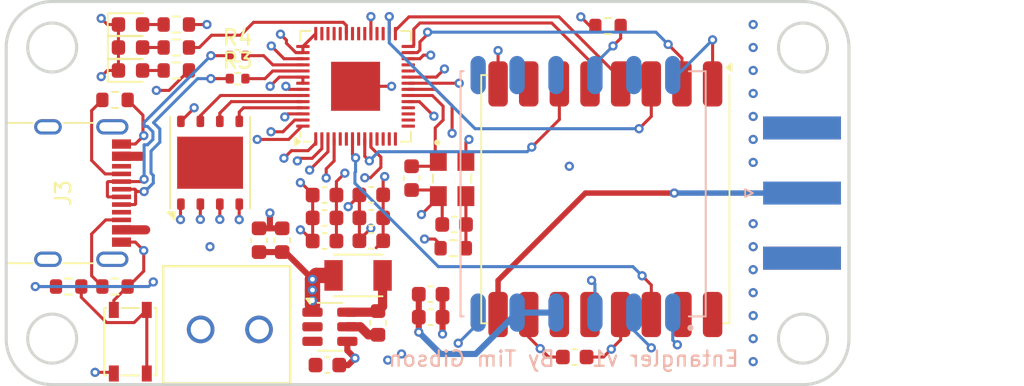
<source format=kicad_pcb>
(kicad_pcb (version 20240108) (generator "pcbnew") (generator_version "8.0")
  (layers (0 "F.Cu" signal) (1 "In1.Cu" power "GND") (2 "In2.Cu" power "3V3") (31 "B.Cu" signal) (34 "B.Paste" user) (35 "F.Paste" user) (36 "B.SilkS" user "B.Silkscreen") (37 "F.SilkS" user "F.Silkscreen") (38 "B.Mask" user) (39 "F.Mask" user) (44 "Edge.Cuts" user))
  (net 0 "")
  (net 1 "VBATT")
  (net 2 "GND")
  (net 3 "Net-(J1-In)")
  (net 4 "Net-(J3-CC1)")
  (net 5 "USB_D+")
  (net 7 "USB_D-")
  (net 8 "Net-(J3-CC2)")
  (net 14 "RF_DIO")
  (net 15 "SCK")
  (net 16 "RF_RST")
  (net 17 "CSN")
  (net 20 "MISO")
  (net 21 "+3V3")
  (net 23 "MOSI")
  (net 27 "Net-(U3-QSPI_SD0)")
  (net 28 "Net-(U3-USB_DM)")
  (net 29 "+1V1")
  (net 31 "XOUT")
  (net 37 "Net-(U3-QSPI_SCLK)")
  (net 39 "MCU_RX")
  (net 40 "GPS_RST")
  (net 41 "MCU_TX")
  (net 43 "LED_1")
  (net 45 "Net-(U3-USB_DP)")
  (net 46 "Net-(U3-QSPI_SD1)")
  (net 47 "XIN")
  (net 50 "Net-(U3-QSPI_SD2)")
  (net 56 "QSPI_SS")
  (net 57 "Net-(U3-QSPI_SD3)")
  (net 59 "Net-(U4-SW)")
  (net 60 "Net-(U4-BST)")
  (net 62 "Net-(D1-A)")
  (net 63 "Net-(D2-A)")
  (net 64 "Net-(D3-A)")
  (net 65 "GPS_1PPS")
  (net 71 "Net-(R9-Pad2)")
  (net 72 "Net-(Y1-OUT{slash}IN)")
  (footprint "Capacitor_SMD:C_0603_1608Metric" (layer "F.Cu") (at 129.23 114.55 180)
    (property "Reference" "C5" (hide yes))
    (property "Value" "15pf" (hide yes))
  )
  (footprint "Package_SON:WSON-8-1EP_6x5mm_P1.27mm_EP3.4x4.3mm" (layer "F.Cu") (at 113.305 110.52 90)
    (property "Reference" "U5" (hide yes))
    (property "Value" "W25Q32JVZP" (hide yes))
  )
  (footprint "Capacitor_SMD:C_0603_1608Metric" (layer "F.Cu") (at 123.825 114.115 180)
    (property "Reference" "C8" (hide yes))
    (property "Value" "100nf" (hide yes))
  )
  (footprint "RF_Module:HOPERF_RFM9XW_SMD" (layer "F.Cu") (at 139.1 112.9 -90)
    (property "Reference" "U2" (hide yes))
    (property "Value" "RFM95W-868S2" (hide yes))
  )
  (footprint "Capacitor_SMD:C_0603_1608Metric" (layer "F.Cu") (at 116.5 115.575 -90)
    (property "Reference" "C3" (hide yes))
    (property "Value" "22uf" (hide yes))
  )
  (footprint "Connector_USB:USB_C_Receptacle_G-Switch_GT-USB-7010ASV" (layer "F.Cu") (at 103.8 112.5 -90)
    (property "Reference" "J3")
    (property "Value" "USB-7010ASV" (hide yes))
  )
  (footprint "Capacitor_SMD:C_0603_1608Metric" (layer "F.Cu") (at 124.2625 120.975 90)
    (property "Reference" "C1" (hide yes))
    (property "Value" "100nf" (hide yes))
  )
  (footprint "Package_DFN_QFN:QFN-56-1EP_7x7mm_P0.4mm_EP3.2x3.2mm" (layer "F.Cu") (at 122.8 105.5325 90)
    (property "Reference" "U3" (hide yes))
    (property "Value" "RP2040" (hide yes))
  )
  (footprint "Resistor_SMD:R_0603_1608Metric" (layer "F.Cu") (at 111.1 101.5 180)
    (property "Reference" "R8" (hide yes))
    (property "Value" "66.5r" (hide yes))
  )
  (footprint "Capacitor_SMD:C_0603_1608Metric" (layer "F.Cu") (at 127.7 120.6)
    (property "Reference" "C15" (hide yes))
    (property "Value" "10uf" (hide yes))
  )
  (footprint "Capacitor_SMD:C_0603_1608Metric" (layer "F.Cu") (at 120.775 112.63 180)
    (property "Reference" "C9" (hide yes))
    (property "Value" "100nf" (hide yes))
  )
  (footprint "LED_SMD:LED_0603_1608Metric" (layer "F.Cu") (at 108.1125 101.5)
    (property "Reference" "D3" (hide yes))
    (property "Value" "LED" (hide yes))
  )
  (footprint "YO0221500000G:CONN_YO0221500000G_AMP" (layer "F.Cu") (at 112.689999 121.4)
    (property "Reference" "J2" (hide yes))
    (property "Value" "Conn_01x02_Pin" (hide yes))
  )
  (footprint "Package_TO_SOT_SMD:TSOT-23-6" (layer "F.Cu") (at 121.125 121.225)
    (property "Reference" "U4" (hide yes))
    (property "Value" "AP63203WU" (hide yes))
  )
  (footprint "Capacitor_SMD:C_0603_1608Metric" (layer "F.Cu") (at 118.01 115.575 -90)
    (property "Reference" "C2" (hide yes))
    (property "Value" "22uf" (hide yes))
  )
  (footprint "Capacitor_SMD:C_0603_1608Metric" (layer "F.Cu") (at 123.825 115.615 180)
    (property "Reference" "C7" (hide yes))
    (property "Value" "2.2uf" (hide yes))
  )
  (footprint "Capacitor_SMD:C_0603_1608Metric" (layer "F.Cu") (at 137.1 123.2 180)
    (property "Reference" "C13" (hide yes))
    (property "Value" "10uf" (hide yes))
  )
  (footprint "Kestral:XTAL_ECS-120-20-33-AEL-TR" (layer "F.Cu") (at 129.1 111.55 -90)
    (property "Reference" "Y1" (hide yes))
    (property "Value" "ECS-120-20-33-AEL-TR" (hide yes))
  )
  (footprint "Resistor_SMD:R_0603_1608Metric" (layer "F.Cu") (at 107.1 118.6)
    (property "Reference" "R2" (hide yes))
    (property "Value" "5.1kr" (hide yes))
  )
  (footprint "Capacitor_SMD:C_0603_1608Metric" (layer "F.Cu") (at 123.825 112.615 180)
    (property "Reference" "C12" (hide yes))
    (property "Value" "100nf" (hide yes))
  )
  (footprint "Resistor_SMD:R_0603_1608Metric" (layer "F.Cu") (at 111.1 104.5 180)
    (property "Reference" "R5" (hide yes))
    (property "Value" "66.5r" (hide yes))
  )
  (footprint "Resistor_SMD:R_0603_1608Metric" (layer "F.Cu") (at 129.175 116.1)
    (property "Reference" "R10" (hide yes))
    (property "Value" "1kr" (hide yes))
  )
  (footprint "Capacitor_SMD:C_0603_1608Metric" (layer "F.Cu") (at 120.9625 123.725)
    (property "Reference" "C4" (hide yes))
    (property "Value" "10uf" (hide yes))
  )
  (footprint "Resistor_SMD:R_0402_1005Metric" (layer "F.Cu") (at 115.1 103.5325)
    (property "Reference" "R4")
    (property "Value" "27r")
  )
  (footprint "Button_Switch_SMD:SW_SPST_PTS810" (layer "F.Cu") (at 108.1 122.2 90)
    (property "Reference" "SW1" (hide yes))
    (property "Value" "Push_Button" (hide yes))
  )
  (footprint "Resistor_SMD:R_0603_1608Metric" (layer "F.Cu") (at 139.275 101.6)
    (property "Reference" "R7" (hide yes))
    (property "Value" "10kr" (hide yes))
  )
  (footprint "Resistor_SMD:R_0603_1608Metric" (layer "F.Cu") (at 107.1 106.42)
    (property "Reference" "R1" (hide yes))
    (property "Value" "5.1kr" (hide yes))
  )
  (footprint "Capacitor_SMD:C_0603_1608Metric" (layer "F.Cu") (at 126.455 111.525 -90)
    (property "Reference" "C6" (hide yes))
    (property "Value" "15pf" (hide yes))
  )
  (footprint "Inductor_SMD:L_TDK_NLV32_3.2x2.5mm" (layer "F.Cu") (at 122.9625 117.875 180)
    (property "Reference" "L1" (hide yes))
    (property "Value" "10uh" (hide yes))
  )
  (footprint "Capacitor_SMD:C_0603_1608Metric" (layer "F.Cu") (at 120.775 115.63 180)
    (property "Reference" "C10" (hide yes))
    (property "Value" "2.2uf" (hide yes))
  )
  (footprint "Resistor_SMD:R_0402_1005Metric" (layer "F.Cu") (at 115.1 105.0325)
    (property "Reference" "R3")
    (property "Value" "27r")
  )
  (footprint "Resistor_SMD:R_0603_1608Metric" (layer "F.Cu") (at 111.1 103 180)
    (property "Reference" "R6" (hide yes))
    (property "Value" "66.5r" (hide yes))
  )
  (footprint "Capacitor_SMD:C_0603_1608Metric" (layer "F.Cu") (at 127.7 119.1)
    (property "Reference" "C14" (hide yes))
    (property "Value" "100nf" (hide yes))
  )
  (footprint "LED_SMD:LED_0603_1608Metric" (layer "F.Cu") (at 108.1125 104.5)
    (property "Reference" "D1" (hide yes))
    (property "Value" "LED" (hide yes))
  )
  (footprint "Capacitor_SMD:C_0603_1608Metric" (layer "F.Cu") (at 120.775 114.12 180)
    (property "Reference" "C11" (hide yes))
    (property "Value" "100nf" (hide yes))
  )
  (footprint "LED_SMD:LED_0603_1608Metric" (layer "F.Cu") (at 108.1125 103)
    (property "Reference" "D2" (hide yes))
    (property "Value" "LED" (hide yes))
  )
  (footprint "Resistor_SMD:R_0603_1608Metric" (layer "F.Cu") (at 104.075 118.6)
    (property "Reference" "R9" (hide yes))
    (property "Value" "1kr" (hide yes))
  )
  (footprint "Kestral:XCVR_L86-M33" (layer "B.Cu") (at 137.15 112.55 90)
    (property "Reference" "U1" (hide yes))
    (property "Value" "L86-M33" (hide yes))
  )
  (footprint "Connector_Coaxial:SMA_Amphenol_132289_EdgeMount" (layer "B.Cu") (at 151.9375 112.5)
    (property "Reference" "J1" (hide yes))
    (property "Value" "Conn_Coaxial_Small" (hide yes))
  )
  (gr_arc (start 155 122) (mid 154.12132 124.12132) (end 152 125) (stroke (width 0.2)) (layer "Edge.Cuts"))
  (gr_line (start 152 125) (end 103 125) (stroke (width 0.2)) (layer "Edge.Cuts"))
  (gr_line (start 152 100) (end 103 100) (stroke (width 0.2)) (layer "Edge.Cuts"))
  (gr_line (start 155 103) (end 155 122) (stroke (width 0.2)) (layer "Edge.Cuts"))
  (gr_line (start 100 103) (end 100 122) (stroke (width 0.2)) (layer "Edge.Cuts"))
  (gr_arc (start 152 100) (mid 154.12132 100.87868) (end 155 103) (stroke (width 0.2)) (layer "Edge.Cuts"))
  (gr_arc (start 103 125) (mid 100.87868 124.12132) (end 100 122) (stroke (width 0.2)) (layer "Edge.Cuts"))
  (gr_circle (center 152 122) (end 153.6 122) (stroke (width 0.2)) (fill none) (layer "Edge.Cuts"))
  (gr_circle (center 103 103) (end 104.6 103) (stroke (width 0.2)) (fill none) (layer "Edge.Cuts"))
  (gr_arc (start 100 103) (mid 100.87868 100.87868) (end 103 100) (stroke (width 0.2)) (layer "Edge.Cuts"))
  (gr_circle (center 103 122) (end 104.6 122) (stroke (width 0.2)) (fill none) (layer "Edge.Cuts"))
  (gr_circle (center 152 103) (end 153.6 103) (stroke (width 0.2)) (fill none) (layer "Edge.Cuts"))
  (gr_text "Entangler v1" (at 147.9 123.9 0) (layer "B.SilkS") (effects (font (size 1 1)) (justify left bottom mirror)))
  (gr_text "By Tim Gibson" (at 135.9 123.9 0) (layer "B.SilkS") (effects (font (size 1 1)) (justify left bottom mirror)))
  (segment (start 107.525 114.9) (end 109.1 114.9) (width 0.6) (layer "F.Cu") (net 1))
  (segment (start 107.525 110.1) (end 108.8 110.1) (width 0.6) (layer "F.Cu") (net 1))
  (segment (start 107.95 118.62) (end 108.975 117.595) (width 0.2) (layer "F.Cu") (net 2))
  (segment (start 108.925 107.42) (end 108.925 108.7) (width 0.2) (layer "F.Cu") (net 2))
  (segment (start 108.975 117.595) (end 108.975 116.25) (width 0.2) (layer "F.Cu") (net 2))
  (segment (start 108.425 115.7) (end 107.525 115.7) (width 0.2) (layer "F.Cu") (net 2))
  (segment (start 119.3 111.875) (end 120 112.575) (width 0.2) (layer "F.Cu") (net 2))
  (segment (start 128.2 112.7) (end 128.2 112.8) (width 0.2) (layer "F.Cu") (net 2))
  (segment (start 108.925 108.7) (end 108.975 108.75) (width 0.2) (layer "F.Cu") (net 2))
  (segment (start 126.9625 106.5325) (end 126.2375 106.5325) (width 0.2) (layer "F.Cu") (net 2))
  (segment (start 122.8 105.5325) (end 125.15 105.5325) (width 0.2) (layer "F.Cu") (net 2))
  (segment (start 122.2625 122.175) (end 122.2625 122.775) (width 0.4) (layer "F.Cu") (net 2))
  (segment (start 128.475 121.7) (end 128.475 120.6) (width 0.4) (layer "F.Cu") (net 2))
  (segment (start 127.905 112.3) (end 126.455 112.3) (width 0.2) (layer "F.Cu") (net 2))
  (segment (start 122.2625 122.775) (end 122.7625 123.275) (width 0.4) (layer "F.Cu") (net 2))
  (segment (start 130 109.2) (end 130.2 109) (width 0.2) (layer "F.Cu") (net 2))
  (segment (start 134.1 121.9) (end 134.85 122.65) (width 0.2) (layer "F.Cu") (net 2))
  (segment (start 128.2 112.8) (end 127.1 113.9) (width 0.2) (layer "F.Cu") (net 2))
  (segment (start 135.4 123.2) (end 136.325 123.2) (width 0.2) (layer "F.Cu") (net 2))
  (segment (start 117.21 114.8) (end 117.21 113.8) (width 0.4) (layer "F.Cu") (net 2))
  (segment (start 123.05 115.548519) (end 123.05 115.615) (width 0.2) (layer "F.Cu") (net 2))
  (segment (start 119.27 114.9) (end 119.2 114.9) (width 0.2) (layer "F.Cu") (net 2))
  (segment (start 122.7625 123.275) (end 122.3125 123.725) (width 0.4) (layer "F.Cu") (net 2))
  (segment (start 106.6 101.5) (end 107.325 101.5) (width 0.2) (layer "F.Cu") (net 2))
  (segment (start 117.21 114.8) (end 116.5 114.8) (width 0.4) (layer "F.Cu") (net 2))
  (segment (start 107.325 103) (end 107.325 104.5) (width 0.2) (layer "F.Cu") (net 2))
  (segment (start 107.325 101.5) (end 107.325 103) (width 0.2) (layer "F.Cu") (net 2))
  (segment (start 107.525 109.3) (end 108.425 109.3) (width 0.2) (layer "F.Cu") (net 2))
  (segment (start 134.85 122.65) (end 135.4 123.2) (width 0.2) (layer "F.Cu") (net 2))
  (segment (start 106.2 104.9) (end 106.6 104.5) (width 0.2) (layer "F.Cu") (net 2))
  (segment (start 107.025 119.5) (end 107.925 118.6) (width 0.2) (layer "F.Cu") (net 2))
  (segment (start 107.025 120.125) (end 107.025 119.5) (width 0.2) (layer "F.Cu") (net 2))
  (segment (start 123.05 112.615) (end 123.05 114.115) (width 0.2) (layer "F.Cu") (net 2))
  (segment (start 127.9125 107.4825) (end 126.9625 106.5325) (width 0.2) (layer "F.Cu") (net 2))
  (segment (start 108.975 116.25) (end 108.425 115.7) (width 0.2) (layer "F.Cu") (net 2))
  (segment (start 128.455 114.55) (end 128.455 112.85) (width 0.2) (layer "F.Cu") (net 2))
  (segment (start 120 112.575) (end 120 112.63) (width 0.2) (layer "F.Cu") (net 2))
  (segment (start 105.8 124.2) (end 106.95 124.2) (width 0.2) (layer "F.Cu") (net 2))
  (segment (start 130 110.4) (end 130 109.2) (width 0.2) (layer "F.Cu") (net 2))
  (segment (start 146.1 105.375) (end 146.1 102.5) (width 0.2) (layer "F.Cu") (net 2))
  (segment (start 122.318488 113.384315) (end 123.05 112.652803) (width 0.2) (layer "F.Cu") (net 2))
  (segment (start 118.01 114.8) (end 117.21 114.8) (width 0.4) (layer "F.Cu") (net 2))
  (segment (start 123.795634 114.802885) (end 123.05 115.548519) (width 0.2) (layer "F.Cu") (net 2))
  (segment (start 123.05 112.652803) (end 123.05 112.615) (width 0.2) (layer "F.Cu") (net 2))
  (segment (start 107.925 106.42) (end 108.925 107.42) (width 0.2) (layer "F.Cu") (net 2))
  (segment (start 108.425 109.3) (end 108.975 108.75) (width 0.2) (layer "F.Cu") (net 2))
  (segment (start 106.2 101.1) (end 106.6 101.5) (width 0.2) (layer "F.Cu") (net 2))
  (segment (start 128.475 119.1) (end 128.475 120.6) (width 0.4) (layer "F.Cu") (net 2))
  (segment (start 120 115.63) (end 120 114.12) (width 0.2) (layer "F.Cu") (net 2))
  (segment (start 123.05 112.615) (end 123.05 115.615) (width 0.2) (layer "F.Cu") (net 2))
  (segment (start 120 112.63) (end 120 114.12) (width 0.2) (layer "F.Cu") (net 2))
  (segment (start 134.1 120.425) (end 134.1 121.9) (width 0.2) (layer "F.Cu") (net 2))
  (segment (start 132.1 103.2) (end 132.1 105.375) (width 0.2) (layer "F.Cu") (net 2))
  (segment (start 120 115.63) (end 119.27 114.9) (width 0.2) (layer "F.Cu") (net 2))
  (segment (start 122.3125 123.725) (end 121.7375 123.725) (width 0.4) (layer "F.Cu") (net 2))
  (segment (start 115.205 114.2325) (end 115.205 113.495) (width 0.2) (layer "F.Cu") (net 2))
  (segment (start 106.95 124.2) (end 107.025 124.275) (width 0.2) (layer "F.Cu") (net 2))
  (segment (start 128.455 112.85) (end 128.305 112.7) (width 0.2) (layer "F.Cu") (net 2))
  (segment (start 106.6 104.5) (end 107.325 104.5) (width 0.2) (layer "F.Cu") (net 2))
  (segment (start 128.305 112.7) (end 127.905 112.3) (width 0.2) (layer "F.Cu") (net 2))
  (via (at 128.475 121.7) (size 0.6) (drill 0.3) (layers "F.Cu" "B.Cu") (net 2))
  (via (at 119.2 111.82) (size 0.6) (drill 0.3) (layers "F.Cu" "B.Cu") (net 2))
  (via (at 119.2 114.9) (size 0.6) (drill 0.3) (layers "F.Cu" "B.Cu") (net 2))
  (via (at 148.75 110.5) (size 0.6) (drill 0.3) (layers "F.Cu" "B.Cu") (net 2))
  (via (at 115.205 114.2325) (size 0.6) (drill 0.3) (layers "F.Cu" "B.Cu") (net 2))
  (via (at 148.75 109) (size 0.6) (drill 0.3) (layers "F.Cu" "B.Cu") (net 2))
  (via (at 148.75 117.5) (size 0.6) (drill 0.3) (layers "F.Cu" "B.Cu") (net 2))
  (via (at 130.2 109) (size 0.6) (drill 0.3) (layers "F.Cu" "B.Cu") (net 2))
  (via (at 146.1 102.5) (size 0.6) (drill 0.3) (layers "F.Cu" "B.Cu") (net 2))
  (via (at 148.75 107.5) (size 0.6) (drill 0.3) (layers "F.Cu" "B.Cu") (net 2))
  (via (at 108.975 116.25) (size 0.6) (drill 0.3) (layers "F.Cu" "B.Cu") (net 2))
  (via (at 138.2 118.2) (size 0.6) (drill 0.3) (layers "F.Cu" "B.Cu") (net 2))
  (via (at 148.75 120.5) (size 0.6) (drill 0.3) (layers "F.Cu" "B.Cu") (net 2))
  (via (at 134.85 122.65) (size 0.6) (drill 0.3) (layers "F.Cu" "B.Cu") (net 2))
  (via (at 106.2 101.1) (size 0.6) (drill 0.3) (layers "F.Cu" "B.Cu") (net 2))
  (via (at 105.8 124.2) (size 0.6) (drill 0.3) (layers "F.Cu" "B.Cu") (net 2))
  (via (at 148.75 123.5) (size 0.6) (drill 0.3) (layers "F.Cu" "B.Cu") (net 2))
  (via (at 148.75 116) (size 0.6) (drill 0.3) (layers "F.Cu" "B.Cu") (net 2))
  (via (at 122.7625 123.275) (size 0.6) (drill 0.3) (layers "F.Cu" "B.Cu") (net 2))
  (via (at 148.75 106) (size 0.6) (drill 0.3) (layers "F.Cu" "B.Cu") (net 2))
  (via (at 148.75 104.5) (size 0.6) (drill 0.3) (layers "F.Cu" "B.Cu") (net 2))
  (via (at 127.9125 107.4825) (size 0.6) (drill 0.3) (layers "F.Cu" "B.Cu") (net 2))
  (via (at 106.2 104.9) (size 0.6) (drill 0.3) (layers "F.Cu" "B.Cu") (net 2))
  (via (at 117.21 113.8) (size 0.6) (drill 0.3) (layers "F.Cu" "B.Cu") (net 2))
  (via (at 148.75 122) (size 0.6) (drill 0.3) (layers "F.Cu" "B.Cu") (net 2))
  (via (at 108.975 108.75) (size 0.6) (drill 0.3) (layers "F.Cu" "B.Cu") (net 2))
  (via (at 123.795634 114.802885) (size 0.6) (drill 0.3) (layers "F.Cu" "B.Cu") (net 2))
  (via (at 132.1 103.2) (size 0.6) (drill 0.3) (layers "F.Cu" "B.Cu") (net 2))
  (via (at 127.1 113.9) (size 0.6) (drill 0.3) (layers "F.Cu" "B.Cu") (net 2))
  (via (at 122.318488 113.384315) (size 0.6) (drill 0.3) (layers "F.Cu" "B.Cu") (net 2))
  (via (at 148.75 119) (size 0.6) (drill 0.3) (layers "F.Cu" "B.Cu") (net 2))
  (via (at 148.75 114.5) (size 0.6) (drill 0.3) (layers "F.Cu" "B.Cu") (net 2))
  (via (at 125.15 105.5325) (size 0.6) (drill 0.3) (layers "F.Cu" "B.Cu") (net 2))
  (via (at 148.75 101.5) (size 0.6) (drill 0.3) (layers "F.Cu" "B.Cu") (net 2))
  (via (at 148.75 103) (size 0.6) (drill 0.3) (layers "F.Cu" "B.Cu") (net 2))
  (segment (start 143.8 104.8) (end 146.1 102.5) (width 0.2) (layer "B.Cu") (net 2))
  (segment (start 138.42 118.42) (end 138.2 118.2) (width 0.2) (layer "B.Cu") (net 2))
  (segment (start 143.5 104.8) (end 143.8 104.8) (width 0.2) (layer "B.Cu") (net 2))
  (segment (start 138.42 120.3) (end 138.42 118.42) (width 0.2) (layer "B.Cu") (net 2))
  (segment (start 137.8 112.5) (end 132.1 118.2) (width 0.356) (layer "F.Cu") (net 3))
  (segment (start 132.1 118.2) (end 132.1 120.425) (width 0.356) (layer "F.Cu") (net 3))
  (segment (start 143.6 112.5) (end 137.8 112.5) (width 0.356) (layer "F.Cu") (net 3))
  (via (at 143.6 112.5) (size 0.6) (drill 0.3) (layers "F.Cu" "B.Cu") (net 3))
  (segment (start 143.6 112.5) (end 152.5 112.5) (width 0.356) (layer "B.Cu") (net 3))
  (segment (start 106.455 111.25) (end 107.525 111.25) (width 0.2) (layer "F.Cu") (net 4))
  (segment (start 105.575 107.12) (end 105.575 110.37) (width 0.2) (layer "F.Cu") (net 4))
  (segment (start 105.575 110.37) (end 106.455 111.25) (width 0.2) (layer "F.Cu") (net 4))
  (segment (start 106.275 106.42) (end 105.575 107.12) (width 0.2) (layer "F.Cu") (net 4))
  (segment (start 108.445 113) (end 108.445 113.2) (width 0.2) (layer "F.Cu") (net 5))
  (segment (start 108.445 112.72) (end 108.445 113) (width 0.2) (layer "F.Cu") (net 5))
  (segment (start 107.525 112.25) (end 108.395 112.25) (width 0.2) (layer "F.Cu") (net 5))
  (segment (start 108.445 112.3) (end 108.445 112.72) (width 0.2) (layer "F.Cu") (net 5))
  (segment (start 108.545 112.4) (end 108.4225 112.2775) (width 0.2) (layer "F.Cu") (net 5))
  (segment (start 108.4225 112.2775) (end 108.445 112.3) (width 0.2) (layer "F.Cu") (net 5))
  (segment (start 113.355 105.0325) (end 114.59 105.0325) (width 0.2) (layer "F.Cu") (net 5))
  (segment (start 108.395 113.25) (end 107.525 113.25) (width 0.2) (layer "F.Cu") (net 5))
  (segment (start 108.395 112.25) (end 108.4225 112.2775) (width 0.2) (layer "F.Cu") (net 5))
  (segment (start 109 112.4) (end 108.545 112.4) (width 0.2) (layer "F.Cu") (net 5))
  (segment (start 108.445 113.2) (end 108.395 113.25) (width 0.2) (layer "F.Cu") (net 5))
  (via (at 109 112.4) (size 0.6) (drill 0.3) (layers "F.Cu" "B.Cu") (net 5))
  (via (at 113.355 105.0325) (size 0.6) (drill 0.3) (layers "F.Cu" "B.Cu") (net 5))
  (segment (start 109 112.4) (end 109.200003 112.199997) (width 0.2) (layer "B.Cu") (net 5))
  (segment (start 109.616897 107.907) (end 112.491397 105.0325) (width 0.2) (layer "B.Cu") (net 5))
  (segment (start 110.02498 109.184917) (end 110.02498 108.315083) (width 0.2) (layer "B.Cu") (net 5))
  (segment (start 110.02498 108.315083) (end 109.616897 107.907) (width 0.2) (layer "B.Cu") (net 5))
  (segment (start 109.248529 112.199997) (end 109.6 111.848526) (width 0.2) (layer "B.Cu") (net 5))
  (segment (start 109.200003 112.199997) (end 109.248529 112.199997) (width 0.2) (layer "B.Cu") (net 5))
  (segment (start 109.6 111.351468) (end 109.45 111.201468) (width 0.2) (layer "B.Cu") (net 5))
  (segment (start 109.45 109.759897) (end 110.02498 109.184917) (width 0.2) (layer "B.Cu") (net 5))
  (segment (start 109.6 111.848526) (end 109.6 111.351468) (width 0.2) (layer "B.Cu") (net 5))
  (segment (start 109.45 111.201468) (end 109.45 109.759897) (width 0.2) (layer "B.Cu") (net 5))
  (segment (start 112.491397 105.0325) (end 113.355 105.0325) (width 0.2) (layer "B.Cu") (net 5))
  (segment (start 106.605 112.7) (end 106.655 112.75) (width 0.2) (layer "F.Cu") (net 7))
  (segment (start 107.525 111.75) (end 106.655 111.75) (width 0.2) (layer "F.Cu") (net 7))
  (segment (start 106.655 111.75) (end 106.605 111.8) (width 0.2) (layer "F.Cu") (net 7))
  (segment (start 106.605 111.8) (end 106.605 112.7) (width 0.2) (layer "F.Cu") (net 7))
  (segment (start 106.655 112.75) (end 107.525 112.75) (width 0.2) (layer "F.Cu") (net 7))
  (segment (start 113.355 103.5325) (end 114.59 103.5325) (width 0.2) (layer "F.Cu") (net 7))
  (segment (start 109 111.599997) (end 108.849997 111.75) (width 0.2) (layer "F.Cu") (net 7))
  (segment (start 108.849997 111.75) (end 107.525 111.75) (width 0.2) (layer "F.Cu") (net 7))
  (via (at 109 111.599997) (size 0.6) (drill 0.3) (layers "F.Cu" "B.Cu") (net 7))
  (via (at 113.355 103.5325) (size 0.6) (drill 0.3) (layers "F.Cu" "B.Cu") (net 7))
  (segment (start 109 109.35) (end 109.223529 109.35) (width 0.2) (layer "B.Cu") (net 7))
  (segment (start 109.575 108.501471) (end 109.223529 108.15) (width 0.2) (layer "B.Cu") (net 7))
  (segment (start 109.223529 108.15) (end 109 108.15) (width 0.2) (layer "B.Cu") (net 7))
  (segment (start 109.223529 109.35) (end 109.575 108.998529) (width 0.2) (layer "B.Cu") (net 7))
  (segment (start 109 107.8875) (end 113.355 103.5325) (width 0.2) (layer "B.Cu") (net 7))
  (segment (start 109 111.599997) (end 109 109.35) (width 0.2) (layer "B.Cu") (net 7))
  (segment (start 109 108.15) (end 109 107.8875) (width 0.2) (layer "B.Cu") (net 7))
  (segment (start 109.575 108.998529) (end 109.575 108.501471) (width 0.2) (layer "B.Cu") (net 7))
  (segment (start 106.3 118.62) (end 105.575 117.895) (width 0.2) (layer "F.Cu") (net 8))
  (segment (start 105.575 115.17) (end 106.495 114.25) (width 0.2) (layer "F.Cu") (net 8))
  (segment (start 105.575 117.895) (end 105.575 115.17) (width 0.2) (layer "F.Cu") (net 8))
  (segment (start 106.495 114.25) (end 107.525 114.25) (width 0.2) (layer "F.Cu") (net 8))
  (segment (start 122.6 110) (end 122.8 110.2) (width 0.2) (layer "F.Cu") (net 14))
  (segment (start 122.6 108.97) (end 122.6 110) (width 0.2) (layer "F.Cu") (net 14))
  (segment (start 142.1 118.5) (end 142.1 120.425) (width 0.2) (layer "F.Cu") (net 14))
  (segment (start 141.5 117.9) (end 142.1 118.5) (width 0.2) (layer "F.Cu") (net 14))
  (via (at 141.5 117.9) (size 0.6) (drill 0.3) (layers "F.Cu" "B.Cu") (net 14))
  (via (at 122.8 110.2) (size 0.6) (drill 0.3) (layers "F.Cu" "B.Cu") (net 14))
  (segment (start 122.8 111.117106) (end 122.758553 111.158553) (width 0.2) (layer "B.Cu") (net 14))
  (segment (start 140.9 117.3) (end 141.5 117.9) (width 0.2) (layer "B.Cu") (net 14))
  (segment (start 122.758553 111.858553) (end 128.2 117.3) (width 0.2) (layer "B.Cu") (net 14))
  (segment (start 128.2 117.3) (end 140.9 117.3) (width 0.2) (layer "B.Cu") (net 14))
  (segment (start 122.8 110.2) (end 122.8 111.117106) (width 0.2) (layer "B.Cu") (net 14))
  (segment (start 122.758553 111.158553) (end 122.758553 111.858553) (width 0.2) (layer "B.Cu") (net 14))
  (segment (start 140.1 105.026722) (end 136.073278 101) (width 0.2) (layer "F.Cu") (net 15))
  (segment (start 126.2825 101) (end 125.4 101.8825) (width 0.2) (layer "F.Cu") (net 15))
  (segment (start 140.1 105.375) (end 140.1 105.026722) (width 0.2) (layer "F.Cu") (net 15))
  (segment (start 136.073278 101) (end 126.2825 101) (width 0.2) (layer "F.Cu") (net 15))
  (segment (start 125.4 101.8825) (end 125.4 101.9325) (width 0.2) (layer "F.Cu") (net 15))
  (segment (start 123.4 108.97) (end 123.4 110.1) (width 0.2) (layer "F.Cu") (net 16))
  (segment (start 134.3 109.5) (end 136.1 107.7) (width 0.2) (layer "F.Cu") (net 16))
  (segment (start 136.1 107.7) (end 136.1 105.375) (width 0.2) (layer "F.Cu") (net 16))
  (segment (start 123.4 110.1) (end 123.7 110.4) (width 0.2) (layer "F.Cu") (net 16))
  (via (at 123.7 110.4) (size 0.6) (drill 0.3) (layers "F.Cu" "B.Cu") (net 16))
  (via (at 134.3 109.5) (size 0.6) (drill 0.3) (layers "F.Cu" "B.Cu") (net 16))
  (segment (start 134 109.8) (end 124.3 109.8) (width 0.2) (layer "B.Cu") (net 16))
  (segment (start 134.3 109.5) (end 134 109.8) (width 0.2) (layer "B.Cu") (net 16))
  (segment (start 124.3 109.8) (end 123.7 110.4) (width 0.2) (layer "B.Cu") (net 16))
  (segment (start 138.1 103.9) (end 138.1 105.375) (width 0.2) (layer "F.Cu") (net 17))
  (segment (start 126.6 102.8325) (end 126.6 101.8) (width 0.2) (layer "F.Cu") (net 17))
  (segment (start 126.5 102.9325) (end 126.6 102.8325) (width 0.2) (layer "F.Cu") (net 17))
  (segment (start 135.6 101.4) (end 138.1 103.9) (width 0.2) (layer "F.Cu") (net 17))
  (segment (start 126.6 101.8) (end 127 101.4) (width 0.2) (layer "F.Cu") (net 17))
  (segment (start 127 101.4) (end 135.6 101.4) (width 0.2) (layer "F.Cu") (net 17))
  (segment (start 126.3 102.9325) (end 126.5 102.9325) (width 0.2) (layer "F.Cu") (net 17))
  (segment (start 144.1 103.7) (end 144.1 105.375) (width 0.2) (layer "F.Cu") (net 20))
  (segment (start 127 103.16636) (end 127 102.6325) (width 0.2) (layer "F.Cu") (net 20))
  (segment (start 127 102.6325) (end 127.5 102.1325) (width 0.2) (layer "F.Cu") (net 20))
  (segment (start 126.3 103.3325) (end 126.83386 103.3325) (width 0.2) (layer "F.Cu") (net 20))
  (segment (start 143.2 102.8) (end 144.1 103.7) (width 0.2) (layer "F.Cu") (net 20))
  (segment (start 126.83386 103.3325) (end 127 103.16636) (width 0.2) (layer "F.Cu") (net 20))
  (via (at 143.2 102.8) (size 0.6) (drill 0.3) (layers "F.Cu" "B.Cu") (net 20))
  (via (at 127.5 102) (size 0.6) (drill 0.3) (layers "F.Cu" "B.Cu") (net 20))
  (segment (start 127.5 102) (end 142.4 102) (width 0.2) (layer "B.Cu") (net 20))
  (segment (start 142.4 102) (end 143.2 102.8) (width 0.2) (layer "B.Cu") (net 20))
  (segment (start 123.4 111.5) (end 123.771471 111.5) (width 0.2) (layer "F.Cu") (net 21))
  (segment (start 138.1 101.6) (end 137.5 101) (width 0.2) (layer "F.Cu") (net 21))
  (segment (start 119.3625 103.3325) (end 118.9 103.3325) (width 0.2) (layer "F.Cu") (net 21))
  (segment (start 118.124265 110.224265) (end 118.61603 109.7325) (width 0.2) (layer "F.Cu") (net 21))
  (segment (start 116.5 116.35) (end 118.01 116.35) (width 0.4) (layer "F.Cu") (net 21))
  (segment (start 124.451471 110.155331) (end 123.8 109.50386) (width 0.2) (layer "F.Cu") (net 21))
  (segment (start 117.223131 105.5325) (end 117.823131 104.9325) (width 0.2) (layer "F.Cu") (net 21))
  (segment (start 119.9875 118.825) (end 119.9875 118.125) (width 1) (layer "F.Cu") (net 21))
  (segment (start 110.625 105.8) (end 109.8 105.8) (width 0.2) (layer "F.Cu") (net 21))
  (segment (start 118.2875 102.52) (end 117.9 102.1325) (width 0.2) (layer "F.Cu") (net 21))
  (segment (start 119.7 109.7325) (end 120.2 109.2325) (width 0.2) (layer "F.Cu") (net 21))
  (segment (start 117.823131 104.9325) (end 119.3625 104.9325) (width 0.2) (layer "F.Cu") (net 21))
  (segment (start 121.55 114.12) (end 121.55 115.63) (width 0.2) (layer "F.Cu") (net 21))
  (segment (start 138.45 101.6) (end 138.1 101.6) (width 0.2) (layer "F.Cu") (net 21))
  (segment (start 126.999546 103.7325) (end 126.3 103.7325) (width 0.2) (layer "F.Cu") (net 21))
  (segment (start 121.55 112.63) (end 121.55 112.625) (width 0.2) (layer "F.Cu") (net 21))
  (segment (start 120.2375 117.875) (end 119.9875 118.125) (width 1) (layer "F.Cu") (net 21))
  (segment (start 118.2125 116.35) (end 119.9875 118.125) (width 0.4) (layer "F.Cu") (net 21))
  (segment (start 127.7 103.5) (end 127.232046 103.5) (width 0.2) (layer "F.Cu") (net 21))
  (segment (start 140.1 122.075) (end 140.1 120.425) (width 0.2) (layer "F.Cu") (net 21))
  (segment (start 122.1 111.2) (end 121.55 111.75) (width 0.2) (layer "F.Cu") (net 21))
  (segment (start 123.8 109.50386) (end 123.8 108.97) (width 0.2) (layer "F.Cu") (net 21))
  (segment (start 123.8 100.9825) (end 123.8 102.095) (width 0.2) (layer "F.Cu") (net 21))
  (segment (start 112.265 106.955) (end 112.265 106.9325) (width 0.2) (layer "F.Cu") (net 21))
  (segment (start 119.9875 118.125) (end 119.9875 118.45) (width 0.4) (layer "F.Cu") (net 21))
  (segment (start 127.232046 103.5) (end 126.999546 103.7325) (width 0.2) (layer "F.Cu") (net 21))
  (segment (start 124.451471 110.82) (end 124.451471 110.155331) (width 0.2) (layer "F.Cu") (net 21))
  (segment (start 126.925 119.1) (end 126.925 120.6) (width 0.4) (layer "F.Cu") (net 21))
  (segment (start 118.01 116.35) (end 118.2125 116.35) (width 0.4) (layer "F.Cu") (net 21))
  (segment (start 119.3625 103.3325) (end 119.3625 102.9325) (width 0.2) (layer "F.Cu") (net 21))
  (segment (start 121.55 112.63) (end 121.55 114.12) (width 0.2) (layer "F.Cu") (net 21))
  (segment (start 126.3 105.3325) (end 129.5625 105.3325) (width 0.2) (layer "F.Cu") (net 21))
  (segment (start 118.2875 102.72) (end 118.2875 102.52) (width 0.2) (layer "F.Cu") (net 21))
  (segment (start 119.9875 119.825) (end 119.9875 119.525) (width 1) (layer "F.Cu") (net 21))
  (segment (start 111.4 107.82) (end 112.265 106.955) (width 0.2) (layer "F.Cu") (net 21))
  (segment (start 121.3625 117.875) (end 120.2375 117.875) (width 1) (layer "F.Cu") (net 21))
  (segment (start 120.2 109.2325) (end 120.2 109.1325) (width 0.2) (layer "F.Cu") (net 21))
  (segment (start 121.55 111.75) (end 121.55 112.63) (width 0.2) (layer "F.Cu") (net 21))
  (segment (start 119.3625 105.3325) (end 119.3625 104.9325) (width 0.2) (layer "F.Cu") (net 21))
  (segment (start 138.975 123.2) (end 140.1 122.075) (width 0.2) (layer "F.Cu") (net 21))
  (segment (start 118.61603 109.7325) (end 119.7 109.7325) (width 0.2) (layer "F.Cu") (net 21))
  (segment (start 123.771471 111.5) (end 124.451471 110.82) (width 0.2) (layer "F.Cu") (net 21))
  (segment (start 119.9875 119.525) (end 119.9875 118.825) (width 1) (layer "F.Cu") (net 21))
  (segment (start 118.9 103.3325) (end 118.2875 102.72) (width 0.2) (layer "F.Cu") (net 21))
  (segment (start 126.925 121.575) (end 126.925 120.6) (width 0.4) (layer "F.Cu") (net 21))
  (segment (start 137.875 123.2) (end 138.975 123.2) (width 0.2) (layer "F.Cu") (net 21))
  (segment (start 119.3625 102.9325) (end 120.2 102.095) (width 0.2) (layer "F.Cu") (net 21))
  (segment (start 111.925 104.5) (end 110.625 105.8) (width 0.2) (layer "F.Cu") (net 21))
  (via (at 119.9875 118.125) (size 0.6) (drill 0.3) (layers "F.Cu" "B.Cu") (net 21))
  (via (at 112.265 106.9325) (size 0.6) (drill 0.3) (layers "F.Cu" "B.Cu") (net 21))
  (via (at 119.9875 119.525) (size 0.6) (drill 0.3) (layers "F.Cu" "B.Cu") (net 21))
  (via (at 109.8 105.8) (size 0.6) (drill 0.3) (layers "F.Cu" "B.Cu") (net 21))
  (via (at 137.5 101) (size 0.6) (drill 0.3) (layers "F.Cu" "B.Cu") (net 21))
  (via (at 119.9875 118.825) (size 0.6) (drill 0.3) (layers "F.Cu" "B.Cu") (net 21))
  (via (at 129.5625 105.3325) (size 0.6) (drill 0.3) (layers "F.Cu" "B.Cu") (net 21))
  (via (at 117.9 102.1325) (size 0.6) (drill 0.3) (layers "F.Cu" "B.Cu") (net 21))
  (via (at 127.7 103.5) (size 0.6) (drill 0.3) (layers "F.Cu" "B.Cu") (net 21))
  (via (at 126.925 121.575) (size 0.6) (drill 0.3) (layers "F.Cu" "B.Cu") (net 21))
  (via (at 123.4 111.5) (size 0.6) (drill 0.3) (layers "F.Cu" "B.Cu") (net 21))
  (via (at 123.8 100.9825) (size 0.6) (drill 0.3) (layers "F.Cu" "B.Cu") (net 21))
  (via (at 139.4875 122.6875) (size 0.6) (drill 0.3) (layers "F.Cu" "B.Cu") (net 21))
  (via (at 117.223131 105.5325) (size 0.6) (drill 0.3) (layers "F.Cu" "B.Cu") (net 21))
  (via (at 122.1 111.2) (size 0.6) (drill 0.3) (layers "F.Cu" "B.Cu") (net 21))
  (via (at 118.124265 110.224265) (size 0.6) (drill 0.3) (layers "F.Cu" "B.Cu") (net 21))
  (segment (start 130.64 123) (end 133.34 120.3) (width 0.4) (layer "B.Cu") (net 21))
  (segment (start 135.88 120.3) (end 133.34 120.3) (width 0.4) (layer "B.Cu") (net 21))
  (segment (start 128.35 123) (end 130.64 123) (width 0.4) (layer "B.Cu") (net 21))
  (segment (start 126.925 121.575) (end 128.35 123) (width 0.4) (layer "B.Cu") (net 21))
  (segment (start 142.1 105.375) (end 142.1 107.5) (width 0.2) (layer "F.Cu") (net 23))
  (segment (start 125 100.9825) (end 125 102.095) (width 0.2) (layer "F.Cu") (net 23))
  (segment (start 142.1 107.5) (end 141.3 108.3) (width 0.2) (layer "F.Cu") (net 23))
  (via (at 141.3 108.3) (size 0.6) (drill 0.3) (layers "F.Cu" "B.Cu") (net 23))
  (via (at 125 100.9825) (size 0.6) (drill 0.3) (layers "F.Cu" "B.Cu") (net 23))
  (segment (start 125 102.7) (end 125 100.9825) (width 0.2) (layer "B.Cu") (net 23))
  (segment (start 130.6 108.3) (end 125 102.7) (width 0.2) (layer "B.Cu") (net 23))
  (segment (start 141.3 108.3) (end 130.6 108.3) (width 0.2) (layer "B.Cu") (net 23))
  (segment (start 115.21 107.21) (end 115.4875 106.9325) (width 0.2) (layer "F.Cu") (net 27))
  (segment (start 115.21 107.82) (end 115.21 107.21) (width 0.2) (layer "F.Cu") (net 27))
  (segment (start 115.4875 106.9325) (end 119.3 106.9325) (width 0.2) (layer "F.Cu") (net 27))
  (segment (start 115.61 103.5325) (end 116.8 103.5325) (width 0.2) (layer "F.Cu") (net 28))
  (segment (start 116.8 103.5325) (end 117.4 104.1325) (width 0.2) (layer "F.Cu") (net 28))
  (segment (start 117.4 104.1325) (end 119.3625 104.1325) (width 0.2) (layer "F.Cu") (net 28))
  (segment (start 124.6 112.615) (end 124.6 111.52) (width 0.2) (layer "F.Cu") (net 29))
  (segment (start 124.6 115.615) (end 124.6 114.115) (width 0.2) (layer "F.Cu") (net 29))
  (segment (start 118.251472 105.5325) (end 118.451472 105.7325) (width 0.2) (layer "F.Cu") (net 29))
  (segment (start 128.6 104.4) (end 128.0675 104.9325) (width 0.2) (layer "F.Cu") (net 29))
  (segment (start 118.451472 105.7325) (end 119.3 105.7325) (width 0.2) (layer "F.Cu") (net 29))
  (segment (start 118.1325 103.7325) (end 119.3625 103.7325) (width 0.2) (layer "F.Cu") (net 29))
  (segment (start 124.6 114.115) (end 124.6 112.615) (width 0.2) (layer "F.Cu") (net 29))
  (segment (start 128.0675 104.9325) (end 126.3 104.9325) (width 0.2) (layer "F.Cu") (net 29))
  (segment (start 124.6 115.615) (end 124.15 116.065) (width 0.2) (layer "F.Cu") (net 29))
  (segment (start 124.6 111.52) (end 124.7 111.42) (width 0.2) (layer "F.Cu") (net 29))
  (segment (start 117.3 102.9) (end 118.1325 103.7325) (width 0.2) (layer "F.Cu") (net 29))
  (via (at 117.3 102.9) (size 0.6) (drill 0.3) (layers "F.Cu" "B.Cu") (net 29))
  (via (at 124.7 111.42) (size 0.6) (drill 0.3) (layers "F.Cu" "B.Cu") (net 29))
  (via (at 128.6 104.4) (size 0.6) (drill 0.3) (layers "F.Cu" "B.Cu") (net 29))
  (via (at 118.251472 105.5325) (size 0.6) (drill 0.3) (layers "F.Cu" "B.Cu") (net 29))
  (segment (start 129.1 108.6) (end 129.1 106.8) (width 0.2) (layer "F.Cu") (net 31))
  (segment (start 128.0325 105.7325) (end 126.2375 105.7325) (width 0.2) (layer "F.Cu") (net 31))
  (segment (start 127.971304 115.5) (end 127.3 115.5) (width 0.2) (layer "F.Cu") (net 31))
  (segment (start 128.35 116.1) (end 128.35 115.878696) (width 0.2) (layer "F.Cu") (net 31))
  (segment (start 127.3 115.5) (end 127.2 115.5) (width 0.2) (layer "F.Cu") (net 31))
  (segment (start 129.1 106.8) (end 128.0325 105.7325) (width 0.2) (layer "F.Cu") (net 31))
  (segment (start 128.35 115.878696) (end 127.971304 115.5) (width 0.2) (layer "F.Cu") (net 31))
  (via (at 129.1 108.6) (size 0.6) (drill 0.3) (layers "F.Cu" "B.Cu") (net 31))
  (via (at 127.3 115.5) (size 0.6) (drill 0.3) (layers "F.Cu" "B.Cu") (net 31))
  (segment (start 113.94 107.28) (end 114.6875 106.5325) (width 0.2) (layer "F.Cu") (net 37))
  (segment (start 113.94 107.82) (end 113.94 107.28) (width 0.2) (layer "F.Cu") (net 37))
  (segment (start 114.6875 106.5325) (end 119.3 106.5325) (width 0.2) (layer "F.Cu") (net 37))
  (segment (start 121 109.8) (end 121 108.97) (width 0.2) (layer "F.Cu") (net 39))
  (segment (start 119.8 111) (end 121 109.8) (width 0.2) (layer "F.Cu") (net 39))
  (via (at 119.8 111) (size 0.6) (drill 0.3) (layers "F.Cu" "B.Cu") (net 39))
  (via (at 142.1 122.6) (size 0.6) (drill 0.3) (layers "F.Cu" "B.Cu") (net 39))
  (via (at 125.8 123) (size 0.6) (drill 0.3) (layers "F.Cu" "B.Cu") (net 39))
  (segment (start 140.96 120.3) (end 140.96 121.46) (width 0.2) (layer "B.Cu") (net 39))
  (segment (start 140.96 121.46) (end 142.1 122.6) (width 0.2) (layer "B.Cu") (net 39))
  (segment (start 120.88375 111.51625) (end 120.88375 110.917205) (width 0.2) (layer "F.Cu") (net 40))
  (segment (start 140.1 101.6) (end 140.1 102.4) (width 0.2) (layer "F.Cu") (net 40))
  (segment (start 120.88375 110.917205) (end 121.4 110.400955) (width 0.2) (layer "F.Cu") (net 40))
  (segment (start 121.4 110.400955) (end 121.4 108.97) (width 0.2) (layer "F.Cu") (net 40))
  (segment (start 140.1 102.4) (end 139.6 102.9) (width 0.2) (layer "F.Cu") (net 40))
  (via (at 139.6 102.9) (size 0.6) (drill 0.3) (layers "F.Cu" "B.Cu") (net 40))
  (via (at 136.75 110.75) (size 0.6) (drill 0.3) (layers "F.Cu" "B.Cu") (net 40))
  (via (at 120.88375 111.51625) (size 0.6) (drill 0.3) (layers "F.Cu" "B.Cu") (net 40))
  (segment (start 138.42 104.08) (end 139.6 102.9) (width 0.2) (layer "B.Cu") (net 40))
  (segment (start 138.42 104.8) (end 138.42 104.08) (width 0.2) (layer "B.Cu") (net 40))
  (segment (start 119.9675 110.2325) (end 120.6 109.6) (width 0.2) (layer "F.Cu") (net 41))
  (segment (start 120.6 109.6) (end 120.6 109.4325) (width 0.2) (layer "F.Cu") (net 41))
  (segment (start 119.1675 110.2325) (end 119.9675 110.2325) (width 0.2) (layer "F.Cu") (net 41))
  (segment (start 119 110.4) (end 119.1675 110.2325) (width 0.2) (layer "F.Cu") (net 41))
  (via (at 143.8 122.4) (size 0.6) (drill 0.3) (layers "F.Cu" "B.Cu") (net 41))
  (via (at 124.9 123.4) (size 0.6) (drill 0.3) (layers "F.Cu" "B.Cu") (net 41))
  (via (at 119 110.4) (size 0.6) (drill 0.3) (layers "F.Cu" "B.Cu") (net 41))
  (segment (start 143.5 120.3) (end 143.5 122.1) (width 0.2) (layer "B.Cu") (net 41))
  (segment (start 143.5 122.1) (end 143.8 122.4) (width 0.2) (layer "B.Cu") (net 41))
  (segment (start 121.99636 101.3575) (end 122.2 101.56114) (width 0.2) (layer "F.Cu") (net 43))
  (segment (start 111.925 103) (end 112.6 103) (width 0.2) (layer "F.Cu") (net 43))
  (segment (start 122.2 101.56114) (end 122.2 102.095) (width 0.2) (layer "F.Cu") (net 43))
  (segment (start 113.4 102.2) (end 115.3 102.2) (width 0.2) (layer "F.Cu") (net 43))
  (segment (start 115.3 102.2) (end 116.1425 101.3575) (width 0.2) (layer "F.Cu") (net 43))
  (segment (start 116.1425 101.3575) (end 121.99636 101.3575) (width 0.2) (layer "F.Cu") (net 43))
  (segment (start 112.6 103) (end 113.4 102.2) (width 0.2) (layer "F.Cu") (net 43))
  (segment (start 116.89147 105.0325) (end 117.39147 104.5325) (width 0.2) (layer "F.Cu") (net 45))
  (segment (start 115.61 105.0325) (end 116.89147 105.0325) (width 0.2) (layer "F.Cu") (net 45))
  (segment (start 117.39147 104.5325) (end 119.3625 104.5325) (width 0.2) (layer "F.Cu") (net 45))
  (segment (start 117.278765 108.5) (end 118.06114 108.5) (width 0.2) (layer "F.Cu") (net 46))
  (segment (start 118.82864 107.7325) (end 119.24375 107.7325) (width 0.2) (layer "F.Cu") (net 46))
  (segment (start 112.67 114.22) (end 112.67 113.22) (width 0.2) (layer "F.Cu") (net 46))
  (segment (start 118.06114 108.5) (end 118.82864 107.7325) (width 0.2) (layer "F.Cu") (net 46))
  (via (at 112.67 114.22) (size 0.6) (drill 0.3) (layers "F.Cu" "B.Cu") (net 46))
  (via (at 117.278765 108.5) (size 0.6) (drill 0.3) (layers "F.Cu" "B.Cu") (net 46))
  (segment (start 128 110.705) (end 128 108.243529) (width 0.2) (layer "F.Cu") (net 47))
  (segment (start 127.8125 106.1325) (end 126.2375 106.1325) (width 0.2) (layer "F.Cu") (net 47))
  (segment (start 127.955 110.75) (end 128 110.705) (width 0.2) (layer "F.Cu") (net 47))
  (segment (start 128.5125 107.731029) (end 128.5125 106.8325) (width 0.2) (layer "F.Cu") (net 47))
  (segment (start 128.5125 106.8325) (end 127.8125 106.1325) (width 0.2) (layer "F.Cu") (net 47))
  (segment (start 126.455 110.75) (end 127.955 110.75) (width 0.2) (layer "F.Cu") (net 47))
  (segment (start 128 108.243529) (end 128.5125 107.731029) (width 0.2) (layer "F.Cu") (net 47))
  (segment (start 113.94 114.22) (end 113.94 113.22) (width 0.2) (layer "F.Cu") (net 50))
  (segment (start 118.180113 107.5325) (end 118.380113 107.3325) (width 0.2) (layer "F.Cu") (net 50))
  (segment (start 118.380113 107.3325) (end 119.3 107.3325) (width 0.2) (layer "F.Cu") (net 50))
  (via (at 118.180113 107.5325) (size 0.6) (drill 0.3) (layers "F.Cu" "B.Cu") (net 50))
  (via (at 113.94 114.22) (size 0.6) (drill 0.3) (layers "F.Cu" "B.Cu") (net 50))
  (segment (start 118.4325 109) (end 119.3 108.1325) (width 0.2) (layer "F.Cu") (net 56))
  (segment (start 116.382528 109) (end 118.4325 109) (width 0.2) (layer "F.Cu") (net 56))
  (segment (start 101.9 118.6) (end 103.25 118.6) (width 0.2) (layer "F.Cu") (net 56))
  (segment (start 111.375 114.23) (end 111.375 113.235) (width 0.2) (layer "F.Cu") (net 56))
  (via (at 111.375 114.23) (size 0.6) (drill 0.3) (layers "F.Cu" "B.Cu") (net 56))
  (via (at 116.382528 109) (size 0.6) (drill 0.3) (layers "F.Cu" "B.Cu") (net 56))
  (via (at 109.6 118.3) (size 0.6) (drill 0.3) (layers "F.Cu" "B.Cu") (net 56))
  (via (at 101.9 118.6) (size 0.6) (drill 0.3) (layers "F.Cu" "B.Cu") (net 56))
  (segment (start 109.3 118.6) (end 101.9 118.6) (width 0.2) (layer "B.Cu") (net 56))
  (segment (start 109.6 118.3) (end 109.3 118.6) (width 0.2) (layer "B.Cu") (net 56))
  (segment (start 113.9875 106.1325) (end 119.3 106.1325) (width 0.2) (layer "F.Cu") (net 57))
  (segment (start 112.67 107.45) (end 113.9875 106.1325) (width 0.2) (layer "F.Cu") (net 57))
  (segment (start 112.67 107.82) (end 112.67 107.45) (width 0.2) (layer "F.Cu") (net 57))
  (segment (start 122.2625 121.225) (end 123.1125 121.225) (width 0.6) (layer "F.Cu") (net 59))
  (segment (start 123.1125 121.225) (end 123.6375 121.75) (width 0.6) (layer "F.Cu") (net 59))
  (segment (start 123.6375 121.75) (end 124.2625 121.75) (width 0.6) (layer "F.Cu") (net 59))
  (segment (start 122.2625 120.275) (end 124.1875 120.275) (width 0.6) (layer "F.Cu") (net 60))
  (segment (start 124.5625 119.9) (end 124.5625 118.475) (width 0.6) (layer "F.Cu") (net 60))
  (segment (start 124.1875 120.275) (end 124.2625 120.2) (width 0.4) (layer "F.Cu") (net 60))
  (segment (start 124.2625 120.2) (end 124.5625 119.9) (width 0.6) (layer "F.Cu") (net 60))
  (segment (start 110.275 104.5) (end 108.9 104.5) (width 0.2) (layer "F.Cu") (net 62))
  (segment (start 110.275 103) (end 108.9 103) (width 0.2) (layer "F.Cu") (net 63))
  (segment (start 110.275 101.5) (end 108.9 101.5) (width 0.2) (layer "F.Cu") (net 64))
  (segment (start 113.1 101.5) (end 111.925 101.5) (width 0.2) (layer "F.Cu") (net 65))
  (via (at 129.5 122.3) (size 0.6) (drill 0.3) (layers "F.Cu" "B.Cu") (net 65))
  (via (at 113.3 116) (size 0.6) (drill 0.3) (layers "F.Cu" "B.Cu") (net 65))
  (via (at 113.1 101.5) (size 0.6) (drill 0.3) (layers "F.Cu" "B.Cu") (net 65))
  (segment (start 130.8 121) (end 129.5 122.3) (width 0.2) (layer "B.Cu") (net 65))
  (segment (start 130.8 120.3) (end 130.8 121) (width 0.2) (layer "B.Cu") (net 65))
  (segment (start 109.175 124.275) (end 109.175 120.125) (width 0.2) (layer "F.Cu") (net 71))
  (segment (start 108.35 120.95) (end 106.55 120.95) (width 0.2) (layer "F.Cu") (net 71))
  (segment (start 109.175 120.125) (end 108.35 120.95) (width 0.2) (layer "F.Cu") (net 71))
  (segment (start 106.55 120.95) (end 104.9 119.3) (width 0.2) (layer "F.Cu") (net 71))
  (segment (start 104.9 119.3) (end 104.9 118.6) (width 0.2) (layer "F.Cu") (net 71))
  (segment (start 130 114.545) (end 130.005 114.55) (width 0.2) (layer "F.Cu") (net 72))
  (segment (start 130 112.7) (end 130 114.545) (width 0.2) (layer "F.Cu") (net 72))
  (segment (start 130 116.1) (end 130 114.555) (width 0.2) (layer "F.Cu") (net 72))
  (segment (start 130 114.555) (end 130.005 114.55) (width 0.2) (layer "F.Cu") (net 72))
)
</source>
